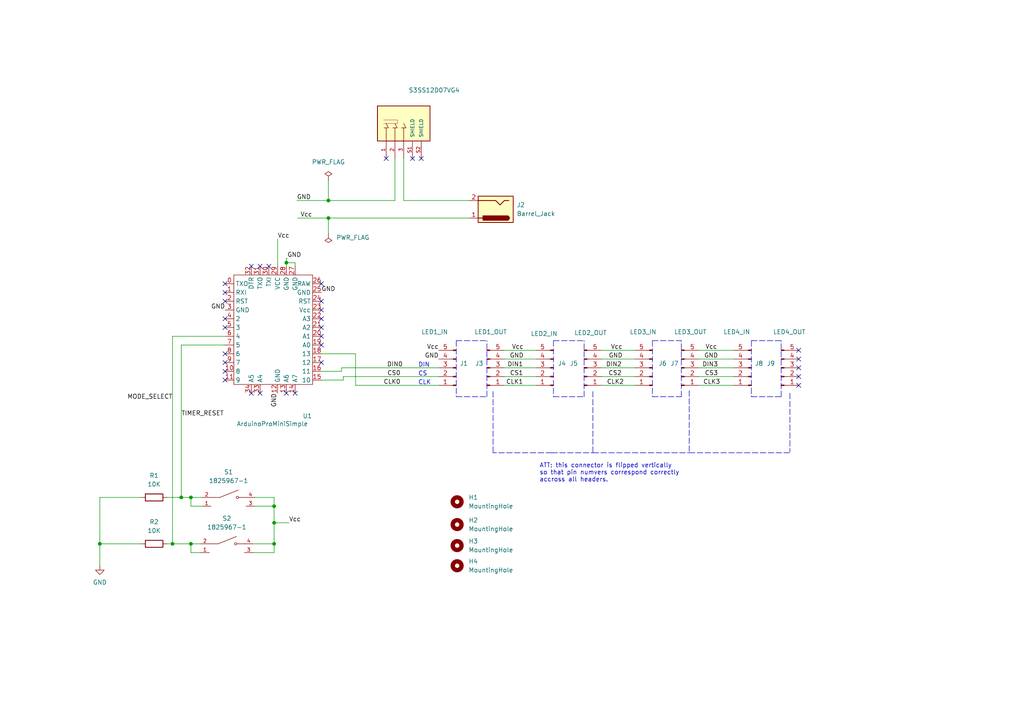
<source format=kicad_sch>
(kicad_sch (version 20211123) (generator eeschema)
  (paper "A4")
  (title_block (title "A 4x8x8 LED Matrix Display Clock") (date "2021-07-14") (rev "${design_version}"))
  (lib_symbols
    (symbol "ArduinoProMiniSimple:ArduinoProMiniSimple"
      (property "Reference" "U" (at 0 13.97 0))
      (property "Value" "ArduinoProMiniSimple" (at 0 16.51 0))
      (symbol "ArduinoProMiniSimple_0_1"
        (rectangle (start -12.7 8.89) (end 19.05 -13.97) (stroke (width 0.1524)))
      )
      (symbol "ArduinoProMiniSimple_1_1"
        (pin output line (at 16.51 11.43 270) (length 2.54) (name "TXO") (number "0"))
        (pin input line (at 13.97 11.43 270) (length 2.54) (name "RXI") (number "1"))
        (pin bidirectional line (at -8.89 11.43 270) (length 2.54) (name "8") (number "10"))
        (pin bidirectional line (at -11.43 11.43 270) (length 2.54) (name "9") (number "11"))
        (pin power_in line (at -15.24 -3.81 0) (length 2.54) (name "GND") (number "12"))
        (pin bidirectional line (at -15.24 -6.35 0) (length 2.54) (name "A6") (number "13"))
        (pin bidirectional line (at -15.24 -8.89 0) (length 2.54) (name "A7") (number "14"))
        (pin bidirectional line (at -11.43 -16.51 90) (length 2.54) (name "10") (number "15"))
        (pin bidirectional line (at -8.89 -16.51 90) (length 2.54) (name "11") (number "16"))
        (pin bidirectional line (at -6.35 -16.51 90) (length 2.54) (name "12") (number "17"))
        (pin bidirectional line (at -3.81 -16.51 90) (length 2.54) (name "13") (number "18"))
        (pin bidirectional line (at -1.27 -16.51 90) (length 2.54) (name "A0") (number "19"))
        (pin passive line (at 11.43 11.43 270) (length 2.54) (name "RST") (number "2"))
        (pin bidirectional line (at 1.27 -16.51 90) (length 2.54) (name "A1") (number "20"))
        (pin bidirectional line (at 3.81 -16.51 90) (length 2.54) (name "A2") (number "21"))
        (pin bidirectional line (at 6.35 -16.51 90) (length 2.54) (name "A3") (number "22"))
        (pin power_in line (at 8.89 -16.51 90) (length 2.54) (name "Vcc") (number "23"))
        (pin passive line (at 11.43 -16.51 90) (length 2.54) (name "RST") (number "24"))
        (pin power_in line (at 13.97 -16.51 90) (length 2.54) (name "GND") (number "25"))
        (pin power_in line (at 16.51 -16.51 90) (length 2.54) (name "RAW") (number "26"))
        (pin input line (at 21.59 -8.89 180) (length 2.54) (name "GND") (number "27"))
        (pin power_in line (at 21.59 -6.35 180) (length 2.54) (name "GND") (number "28"))
        (pin power_in line (at 21.59 -3.81 180) (length 2.54) (name "VCC") (number "29"))
        (pin power_in line (at 8.89 11.43 270) (length 2.54) (name "GND") (number "3"))
        (pin input line (at 21.59 -1.27 180) (length 2.54) (name "TXI") (number "30"))
        (pin output line (at 21.59 1.27 180) (length 2.54) (name "TXO") (number "31"))
        (pin passive line (at 21.59 3.81 180) (length 2.54) (name "DTR") (number "32"))
        (pin bidirectional line (at -15.24 1.27 0) (length 2.54) (name "A4") (number "33"))
        (pin bidirectional line (at -15.24 3.81 0) (length 2.54) (name "A5") (number "34"))
        (pin bidirectional line (at 6.35 11.43 270) (length 2.54) (name "2") (number "4"))
        (pin bidirectional line (at 3.81 11.43 270) (length 2.54) (name "3") (number "5"))
        (pin bidirectional line (at 1.27 11.43 270) (length 2.54) (name "4") (number "6"))
        (pin bidirectional line (at -1.27 11.43 270) (length 2.54) (name "5") (number "7"))
        (pin bidirectional line (at -3.81 11.43 270) (length 2.54) (name "6") (number "8"))
        (pin bidirectional line (at -6.35 11.43 270) (length 2.54) (name "7") (number "9"))
      )
    )
    (symbol "Connector:Barrel_Jack" (pin_names (offset 1.016))
      (property "Reference" "J" (at 0 5.334 0))
      (property "Value" "Barrel_Jack" (at 0 -5.08 0))
      (symbol "Barrel_Jack_0_1"
        (rectangle (start -5.08 3.81) (end 5.08 -3.81) (stroke (width 0.254)) (fill (type background)))
        (arc (start -3.302 3.175) (mid -3.937 2.54) (end -3.302 1.905) (stroke (width 0.254)))
        (arc (start -3.302 3.175) (mid -3.937 2.54) (end -3.302 1.905) (stroke (width 0.254)) (fill (type outline)))
        (polyline (pts (xy 5.08 2.54) (xy 3.81 2.54)) (stroke (width 0.254)))
        (polyline (pts (xy -3.81 -2.54) (xy -2.54 -2.54) (xy -1.27 -1.27) (xy 0 -2.54) (xy 2.54 -2.54) (xy 5.08 -2.54)) (stroke (width 0.254)))
        (rectangle (start 3.683 3.175) (end -3.302 1.905) (stroke (width 0.254)) (fill (type outline)))
      )
      (symbol "Barrel_Jack_1_1"
        (pin passive line (at 7.62 2.54 180) (length 2.54) (name "~") (number "1"))
        (pin passive line (at 7.62 -2.54 180) (length 2.54) (name "~") (number "2"))
      )
    )
    (symbol "Connector:Conn_01x05_Male" (pin_names (offset 1.016) hide)
      (property "Reference" "J" (at 0 7.62 0))
      (property "Value" "Conn_01x05_Male" (at 0 -7.62 0))
      (symbol "Conn_01x05_Male_1_1"
        (polyline (pts (xy 1.27 -5.08) (xy 0.8636 -5.08)) (stroke (width 0.1524)))
        (polyline (pts (xy 1.27 -2.54) (xy 0.8636 -2.54)) (stroke (width 0.1524)))
        (polyline (pts (xy 1.27 0) (xy 0.8636 0)) (stroke (width 0.1524)))
        (polyline (pts (xy 1.27 2.54) (xy 0.8636 2.54)) (stroke (width 0.1524)))
        (polyline (pts (xy 1.27 5.08) (xy 0.8636 5.08)) (stroke (width 0.1524)))
        (rectangle (start 0.8636 -4.953) (end 0 -5.207) (stroke (width 0.1524)) (fill (type outline)))
        (rectangle (start 0.8636 -2.413) (end 0 -2.667) (stroke (width 0.1524)) (fill (type outline)))
        (rectangle (start 0.8636 0.127) (end 0 -0.127) (stroke (width 0.1524)) (fill (type outline)))
        (rectangle (start 0.8636 2.667) (end 0 2.413) (stroke (width 0.1524)) (fill (type outline)))
        (rectangle (start 0.8636 5.207) (end 0 4.953) (stroke (width 0.1524)) (fill (type outline)))
        (pin passive line (at 5.08 5.08 180) (length 3.81) (name "Pin_1") (number "1"))
        (pin passive line (at 5.08 2.54 180) (length 3.81) (name "Pin_2") (number "2"))
        (pin passive line (at 5.08 0 180) (length 3.81) (name "Pin_3") (number "3"))
        (pin passive line (at 5.08 -2.54 180) (length 3.81) (name "Pin_4") (number "4"))
        (pin passive line (at 5.08 -5.08 180) (length 3.81) (name "Pin_5") (number "5"))
      )
    )
    (symbol "Device:R" (pin_numbers hide) (pin_names (offset 0))
      (property "Reference" "R" (at 2.032 0 90))
      (property "Value" "R" (at 0 0 90))
      (symbol "R_0_1"
        (rectangle (start -1.016 -2.54) (end 1.016 2.54) (stroke (width 0.254)))
      )
      (symbol "R_1_1"
        (pin passive line (at 0 3.81 270) (length 1.27) (name "~") (number "1"))
        (pin passive line (at 0 -3.81 90) (length 1.27) (name "~") (number "2"))
      )
    )
    (symbol "Mechanical:MountingHole" (pin_names (offset 1.016))
      (property "Reference" "H" (at 0 5.08 0))
      (property "Value" "MountingHole" (at 0 3.175 0))
      (symbol "MountingHole_0_1"
        (circle (center 0 0) (radius 1.27) (stroke (width 1.27)))
      )
    )
    (symbol "SS12D07VG4:SS12D07VG4" (pin_names (offset 1.016))
      (property "Reference" "S3" (at 9.652 -1.3969 90))
      (property "Value" "SS12D07VG4" (at 9.652 -3.9369 90))
      (symbol "SS12D07VG4_0_0"
        (rectangle (start -5.08 -7.62) (end 5.08 7.62) (stroke (width 0.254)) (fill (type background)))
        (polyline (pts (xy -5.08 0) (xy -1.27 0)) (stroke (width 0.1524)))
        (polyline (pts (xy -5.08 2.54) (xy -1.27 2.54)) (stroke (width 0.1524)))
        (polyline (pts (xy -5.08 5.08) (xy -1.27 5.08)) (stroke (width 0.1524)))
        (polyline (pts (xy -1.27 0.635) (xy -1.27 -0.635) (xy 0 0)) (stroke (width 0.1524)) (fill (type background)))
        (polyline (pts (xy -1.27 3.175) (xy -1.27 1.905) (xy 0 2.54)) (stroke (width 0.1524)) (fill (type background)))
        (polyline (pts (xy -1.27 5.715) (xy -1.27 4.445) (xy 0 5.08)) (stroke (width 0.1524)) (fill (type background)))
        (polyline (pts (xy 0 5.842) (xy 0 1.778) (xy 1.016 1.778) (xy 1.016 5.842)) (stroke (width 0.0254)) (fill (type background)))
        (pin passive line (at -10.16 5.08 0) (length 5.08) (name "~") (number "1"))
        (pin passive line (at -10.16 2.54 0) (length 5.08) (name "~") (number "2"))
        (pin passive line (at -10.16 0 0) (length 5.08) (name "~") (number "3"))
        (pin passive line (at -10.16 -2.54 0) (length 5.08) (name "SHIELD") (number "S1"))
        (pin passive line (at -10.16 -5.08 0) (length 5.08) (name "SHIELD") (number "S2"))
      )
    )
    (symbol "Switch Tactile OFF (ON) SPST Round Button:1825967-1_1" (pin_names (offset 1.016) hide)
      (property "Reference" "S1" (at 0 7.366 0))
      (property "Value" "1825967-1" (at 0 4.826 0))
      (symbol "1825967-1_1_0_0"
        (polyline (pts (xy -2.54 0) (xy -5.08 0)) (stroke (width 0.1524)))
        (polyline (pts (xy -2.54 0) (xy 2.794 2.1336)) (stroke (width 0.1524)))
        (polyline (pts (xy 5.08 0) (xy 2.921 0)) (stroke (width 0.1524)))
        (circle (center 2.54 0) (radius 0.3302) (stroke (width 0.1524)))
        (pin passive line (at -7.62 -2.54 0) (length 2.54) (name "~") (number "1"))
        (pin passive line (at -7.62 0 0) (length 2.54) (name "~") (number "2"))
        (pin passive line (at 7.62 -2.54 180) (length 2.54) (name "~") (number "3"))
        (pin passive line (at 7.62 0 180) (length 2.54) (name "~") (number "4"))
      )
    )
    (symbol "power:GND" (power) (pin_names (offset 0))
      (property "Value" "GND" (at 0 -3.81 0))
      (symbol "GND_0_1"
        (polyline (pts (xy 0 0) (xy 0 -1.27) (xy 1.27 -1.27) (xy 0 -2.54) (xy -1.27 -1.27) (xy 0 -1.27)))
      )
      (symbol "GND_1_1"
        (pin power_in line (at 0 0 270) (length 0) hide (name "GND") (number "1"))
      )
    )
    (symbol "power:PWR_FLAG" (power) (pin_numbers hide) (pin_names (offset 0) hide)
      (property "Value" "PWR_FLAG" (at 0 3.81 0))
      (symbol "PWR_FLAG_0_0"
        (pin power_out line (at 0 0 90) (length 0) (name "pwr") (number "1"))
      )
      (symbol "PWR_FLAG_0_1"
        (polyline (pts (xy 0 0) (xy 0 1.27) (xy -1.016 1.905) (xy 0 2.54) (xy 1.016 1.905) (xy 0 1.27)))
      )
    )
  )
  (junction (at 55.372 157.734) (diameter 0.9144))
  (junction (at 79.502 157.734) (diameter 0.9144))
  (junction (at 28.956 157.734) (diameter 0.9144))
  (junction (at 83.058 76.2) (diameter 0.9144))
  (junction (at 95.25 63.246) (diameter 0.9144))
  (junction (at 50.038 157.734) (diameter 0.9144))
  (junction (at 79.502 146.812) (diameter 0.9144))
  (junction (at 52.578 144.272) (diameter 0.9144))
  (junction (at 79.502 151.638) (diameter 0.9144))
  (junction (at 55.372 144.272) (diameter 0.9144))
  (junction (at 95.25 58.166) (diameter 0.9144))
  (no_connect (at 112.014 45.974))
  (no_connect (at 122.174 45.974))
  (no_connect (at 65.278 82.296))
  (no_connect (at 65.278 84.836))
  (no_connect (at 65.278 87.376))
  (no_connect (at 65.278 92.456))
  (no_connect (at 65.278 94.996))
  (no_connect (at 65.278 102.616))
  (no_connect (at 65.278 105.156))
  (no_connect (at 65.278 107.696))
  (no_connect (at 65.278 110.236))
  (no_connect (at 72.898 77.216))
  (no_connect (at 72.898 114.046))
  (no_connect (at 75.438 77.216))
  (no_connect (at 75.438 114.046))
  (no_connect (at 77.978 77.216))
  (no_connect (at 83.058 114.046))
  (no_connect (at 85.598 114.046))
  (no_connect (at 93.218 82.296))
  (no_connect (at 93.218 87.376))
  (no_connect (at 93.218 92.456))
  (no_connect (at 93.218 94.996))
  (no_connect (at 93.218 97.536))
  (no_connect (at 93.218 100.076))
  (no_connect (at 93.218 105.156))
  (no_connect (at 231.648 101.6))
  (no_connect (at 231.648 104.14))
  (no_connect (at 231.648 106.68))
  (no_connect (at 231.648 109.22))
  (no_connect (at 231.648 111.76))
  (no_connect (at 93.218 89.916))
  (no_connect (at 119.634 45.974))
  (wire (pts (xy 95.25 63.246) (xy 86.36 63.246)))
  (wire (pts (xy 136.144 63.246) (xy 95.25 63.246)))
  (wire (pts (xy 103.124 102.616) (xy 93.218 102.616)))
  (wire (pts (xy 103.124 111.76) (xy 103.124 102.616)))
  (wire (pts (xy 127.254 111.76) (xy 103.124 111.76)))
  (polyline (pts (xy 199.898 131.318) (xy 229.108 131.318)) (stroke (width 0) (type dash)))
  (polyline (pts (xy 229.108 114.046) (xy 229.108 131.064)) (stroke (width 0) (type dash)))
  (wire (pts (xy 146.304 106.68) (xy 155.448 106.68)))
  (wire (pts (xy 99.568 109.22) (xy 99.568 110.236)))
  (wire (pts (xy 99.568 110.236) (xy 93.218 110.236)))
  (wire (pts (xy 127.254 109.22) (xy 99.568 109.22)))
  (wire (pts (xy 52.578 100.076) (xy 52.578 144.272)))
  (wire (pts (xy 65.278 100.076) (xy 52.578 100.076)))
  (wire (pts (xy 50.038 97.536) (xy 50.038 157.734)))
  (wire (pts (xy 65.278 97.536) (xy 50.038 97.536)))
  (polyline (pts (xy 132.334 98.806) (xy 132.334 115.062)) (stroke (width 0) (type dash)))
  (polyline (pts (xy 132.334 98.806) (xy 141.224 98.806)) (stroke (width 0) (type dash)))
  (polyline (pts (xy 132.334 115.062) (xy 141.224 115.062)) (stroke (width 0) (type dash)))
  (polyline (pts (xy 141.224 115.062) (xy 141.224 98.806)) (stroke (width 0) (type dash)))
  (wire (pts (xy 202.692 104.14) (xy 212.852 104.14)))
  (polyline (pts (xy 171.958 131.318) (xy 199.898 131.318)) (stroke (width 0) (type dash)))
  (polyline (pts (xy 199.898 113.284) (xy 199.898 131.318)) (stroke (width 0) (type dash)))
  (wire (pts (xy 99.06 106.68) (xy 99.06 107.696)))
  (wire (pts (xy 99.06 107.696) (xy 93.218 107.696)))
  (wire (pts (xy 127.254 106.68) (xy 99.06 106.68)))
  (wire (pts (xy 146.304 109.22) (xy 155.448 109.22)))
  (wire (pts (xy 73.406 157.734) (xy 79.502 157.734)))
  (wire (pts (xy 73.406 160.274) (xy 79.502 160.274)))
  (wire (pts (xy 174.498 106.68) (xy 184.15 106.68)))
  (wire (pts (xy 174.498 109.22) (xy 184.15 109.22)))
  (wire (pts (xy 95.25 63.246) (xy 95.25 67.818)))
  (wire (pts (xy 117.094 45.974) (xy 117.094 58.166)))
  (wire (pts (xy 117.094 58.166) (xy 136.144 58.166)))
  (wire (pts (xy 202.692 101.6) (xy 212.852 101.6)))
  (wire (pts (xy 202.692 106.68) (xy 212.852 106.68)))
  (polyline (pts (xy 217.932 98.806) (xy 217.932 115.062)) (stroke (width 0) (type dash)))
  (polyline (pts (xy 217.932 98.806) (xy 226.568 98.806)) (stroke (width 0) (type dash)))
  (polyline (pts (xy 217.932 115.062) (xy 226.568 115.062)) (stroke (width 0) (type dash)))
  (polyline (pts (xy 226.568 115.062) (xy 226.568 98.806)) (stroke (width 0) (type dash)))
  (wire (pts (xy 95.25 52.324) (xy 95.25 58.166)))
  (wire (pts (xy 73.914 144.272) (xy 79.502 144.272)))
  (wire (pts (xy 79.502 144.272) (xy 79.502 146.812)))
  (wire (pts (xy 79.502 146.812) (xy 79.502 151.638)))
  (wire (pts (xy 79.502 151.638) (xy 79.502 157.734)))
  (wire (pts (xy 79.502 151.638) (xy 83.82 151.638)))
  (wire (pts (xy 79.502 157.734) (xy 79.502 160.274)))
  (wire (pts (xy 48.514 157.734) (xy 50.038 157.734)))
  (wire (pts (xy 50.038 157.734) (xy 55.372 157.734)))
  (wire (pts (xy 55.372 157.734) (xy 58.166 157.734)))
  (wire (pts (xy 174.498 111.76) (xy 184.15 111.76)))
  (polyline (pts (xy 143.002 113.538) (xy 143.002 131.318)) (stroke (width 0) (type dash)))
  (polyline (pts (xy 160.02 131.318) (xy 143.002 131.318)) (stroke (width 0) (type dash)))
  (wire (pts (xy 174.498 104.14) (xy 184.15 104.14)))
  (wire (pts (xy 202.692 111.76) (xy 212.852 111.76)))
  (polyline (pts (xy 189.23 98.806) (xy 189.23 115.062)) (stroke (width 0) (type dash)))
  (polyline (pts (xy 189.23 98.806) (xy 197.612 98.806)) (stroke (width 0) (type dash)))
  (polyline (pts (xy 189.23 115.062) (xy 197.612 115.062)) (stroke (width 0) (type dash)))
  (polyline (pts (xy 197.612 115.062) (xy 197.612 98.806)) (stroke (width 0) (type dash)))
  (polyline (pts (xy 160.02 131.318) (xy 171.958 131.318)) (stroke (width 0) (type dash)))
  (polyline (pts (xy 171.958 113.538) (xy 171.958 131.318)) (stroke (width 0) (type dash)))
  (wire (pts (xy 83.058 74.93) (xy 83.312 74.93)))
  (wire (pts (xy 83.058 76.2) (xy 83.058 74.93)))
  (wire (pts (xy 83.058 77.216) (xy 83.058 76.2)))
  (wire (pts (xy 146.304 101.6) (xy 155.448 101.6)))
  (wire (pts (xy 28.956 144.272) (xy 28.956 157.734)))
  (wire (pts (xy 40.894 144.272) (xy 28.956 144.272)))
  (wire (pts (xy 48.514 144.272) (xy 52.578 144.272)))
  (wire (pts (xy 52.578 144.272) (xy 55.372 144.272)))
  (wire (pts (xy 55.372 144.272) (xy 58.674 144.272)))
  (wire (pts (xy 73.914 146.812) (xy 79.502 146.812)))
  (polyline (pts (xy 160.528 98.806) (xy 160.528 115.062)) (stroke (width 0) (type dash)))
  (polyline (pts (xy 160.528 98.806) (xy 169.418 98.806)) (stroke (width 0) (type dash)))
  (polyline (pts (xy 160.528 115.062) (xy 169.418 115.062)) (stroke (width 0) (type dash)))
  (polyline (pts (xy 169.418 115.062) (xy 169.418 98.806)) (stroke (width 0) (type dash)))
  (wire (pts (xy 146.304 104.14) (xy 155.448 104.14)))
  (wire (pts (xy 174.498 101.6) (xy 184.15 101.6)))
  (wire (pts (xy 86.106 58.166) (xy 95.25 58.166)))
  (wire (pts (xy 95.25 58.166) (xy 114.554 58.166)))
  (wire (pts (xy 114.554 45.974) (xy 114.554 58.166)))
  (wire (pts (xy 55.372 144.272) (xy 55.372 146.812)))
  (wire (pts (xy 58.674 146.812) (xy 55.372 146.812)))
  (wire (pts (xy 80.518 69.342) (xy 80.518 77.216)))
  (wire (pts (xy 55.372 157.734) (xy 55.372 160.274)))
  (wire (pts (xy 58.166 160.274) (xy 55.372 160.274)))
  (wire (pts (xy 85.598 76.2) (xy 83.058 76.2)))
  (wire (pts (xy 85.598 77.216) (xy 85.598 76.2)))
  (wire (pts (xy 202.692 109.22) (xy 212.852 109.22)))
  (wire (pts (xy 28.956 157.734) (xy 28.956 164.084)))
  (wire (pts (xy 40.894 157.734) (xy 28.956 157.734)))
  (wire (pts (xy 146.304 111.76) (xy 155.448 111.76)))
  (text "DIN" (at 121.285 106.68 0) (effects (font (size 1.27 1.27)) (justify left bottom)))
  (text "CS" (at 121.285 109.22 0) (effects (font (size 1.27 1.27)) (justify left bottom)))
  (text "CLK" (at 121.285 111.76 0) (effects (font (size 1.27 1.27)) (justify left bottom)))
  (text "ATT: this connector is flipped vertically \nso that pin numvers correspond correctly\naccross all headers." (at 156.464 139.954 0) (effects (font (size 1.27 1.27)) (justify left bottom)))
  (label "CS0" (at 116.205 109.22 180))
  (label "Vcc" (at 151.892 101.6 180))
  (label "Vcc" (at 208.026 101.6 180))
  (label "CLK0" (at 116.205 111.76 180))
  (label "Vcc" (at 80.518 69.342 0))
  (label "DIN0" (at 116.84 106.68 180))
  (label "CS3" (at 208.28 109.22 180))
  (label "GND" (at 151.892 104.14 180))
  (label "Vcc" (at 180.594 101.6 180))
  (label "CS1" (at 151.765 109.22 180))
  (label "GND" (at 83.312 74.93 0))
  (label "CLK3" (at 208.915 111.76 180))
  (label "GND" (at 65.278 89.916 180))
  (label "CLK1" (at 151.765 111.76 180))
  (label "CS2" (at 180.34 109.22 180))
  (label "GND" (at 80.518 114.046 270))
  (label "CLK2" (at 180.975 111.76 180))
  (label "TIMER_RESET" (at 52.578 120.904 0))
  (label "Vcc" (at 127.254 101.6 180))
  (label "GND" (at 127.254 104.14 180))
  (label "GND" (at 93.218 84.836 0))
  (label "Vcc" (at 87.122 63.246 0))
  (label "GND" (at 208.28 104.14 180))
  (label "MODE_SELECT" (at 50.038 116.078 180))
  (label "Vcc" (at 83.82 151.638 0))
  (label "GND" (at 86.106 58.166 0))
  (label "GND" (at 180.594 104.14 180))
  (label "DIN3" (at 208.28 106.68 180))
  (label "DIN2" (at 180.34 106.68 180))
  (label "DIN1" (at 151.765 106.68 180))
  (symbol (lib_id "Mechanical:MountingHole") (at 132.588 145.542 0) (unit 1)
    (property "Reference" "H1" (at 135.89 144.2719 0) (effects (justify left)))
    (property "Value" "MountingHole" (at 135.89 146.8119 0) (effects (justify left)))
    (property "Footprint" "MountingHole:MountingHole_2.5mm" (effects hide))
  )
  (symbol (lib_id "ArduinoProMiniSimple:ArduinoProMiniSimple") (at 76.708 98.806 90) (unit 1)
    (property "Reference" "U1" (at 89.154 120.65 90))
    (property "Value" "ArduinoProMiniSimple" (at 78.994 122.936 90))
    (property "Footprint" "DesktopLibrary:ArduinoProMiniCustom" (effects hide))
  )
  (symbol (lib_id "power:PWR_FLAG") (at 95.25 67.818 180) (unit 1)
    (property "Reference" "#FLG02" (effects hide))
    (property "Value" "PWR_FLAG" (at 97.536 68.8974 0) (effects (justify right)))
  )
  (symbol (lib_id "Mechanical:MountingHole") (at 132.588 158.242 0) (unit 1)
    (property "Reference" "H3" (at 135.89 156.9719 0) (effects (justify left)))
    (property "Value" "MountingHole" (at 135.89 159.5119 0) (effects (justify left)))
    (property "Footprint" "MountingHole:MountingHole_2.5mm" (effects hide))
  )
  (symbol (lib_id "power:PWR_FLAG") (at 95.25 52.324 0) (unit 1)
    (property "Reference" "#FLG01" (effects hide))
    (property "Value" "PWR_FLAG" (at 95.25 46.99 0))
  )
  (symbol (lib_id "Connector:Conn_01x05_Male") (at 189.23 106.68 180) (unit 1)
    (property "Reference" "J6" (at 191.008 105.4099 0) (effects (justify right)))
    (property "Value" "LED3_IN" (at 182.626 96.266 0) (effects (justify right)))
    (property "Footprint" "Connector_PinSocket_2.54mm:PinSocket_1x05_P2.54mm_Vertical" (effects hide))
  )
  (symbol (lib_id "Connector:Barrel_Jack") (at 143.764 60.706 180) (unit 1)
    (property "Reference" "J2" (at 149.86 59.4359 0) (effects (justify right)))
    (property "Value" "Barrel_Jack" (at 149.86 61.9759 0) (effects (justify right)))
    (property "Footprint" "Connector_BarrelJack:BarrelJack_Horizontal" (effects hide))
  )
  (symbol (lib_id "Mechanical:MountingHole") (at 132.588 164.084 0) (unit 1)
    (property "Reference" "H4" (at 135.89 162.8139 0) (effects (justify left)))
    (property "Value" "MountingHole" (at 135.89 165.3539 0) (effects (justify left)))
    (property "Footprint" "MountingHole:MountingHole_2.5mm" (effects hide))
  )
  (symbol (lib_id "Connector:Conn_01x05_Male") (at 197.612 106.68 0) (mirror x) (unit 1)
    (property "Reference" "J7" (at 196.85 105.4099 0) (effects (justify right)))
    (property "Value" "LED3_OUT" (at 204.978 96.266 0) (effects (justify right)))
    (property "Footprint" "Connector_PinSocket_2.54mm:PinSocket_1x05_P2.54mm_Vertical" (effects hide))
  )
  (symbol (lib_name "Switch Tactile OFF (ON) SPST Round Button:1825967-1_1") (lib_id "Switch Tactile OFF (ON) SPST Round Button:1825967-1") (at 65.786 157.734 0) (unit 1)
    (property "Reference" "S2" (at 65.786 150.368 0))
    (property "Value" "1825967-1" (at 65.786 152.908 0))
    (property "Footprint" "1825967-1:SW_1825967-1" (effects hide))
    (property "Comment" "1825967-1" (effects hide))
  )
  (symbol (lib_name "Switch Tactile OFF (ON) SPST Round Button:1825967-1_1") (lib_id "Switch Tactile OFF (ON) SPST Round Button:1825967-1") (at 66.294 144.272 0) (unit 1)
    (property "Reference" "S1" (at 66.294 136.906 0))
    (property "Value" "1825967-1" (at 66.294 139.446 0))
    (property "Footprint" "1825967-1:SW_1825967-1" (effects hide))
    (property "Comment" "1825967-1" (effects hide))
  )
  (symbol (lib_id "Connector:Conn_01x05_Male") (at 226.568 106.68 0) (mirror x) (unit 1)
    (property "Reference" "J9" (at 224.79 105.4099 0) (effects (justify right)))
    (property "Value" "LED4_OUT" (at 233.68 96.266 0) (effects (justify right)))
    (property "Footprint" "Connector_PinSocket_2.54mm:PinSocket_1x05_P2.54mm_Vertical" (effects hide))
  )
  (symbol (lib_id "Mechanical:MountingHole") (at 132.588 152.146 0) (unit 1)
    (property "Reference" "H2" (at 135.89 150.8759 0) (effects (justify left)))
    (property "Value" "MountingHole" (at 135.89 153.4159 0) (effects (justify left)))
    (property "Footprint" "MountingHole:MountingHole_2.5mm" (effects hide))
  )
  (symbol (lib_id "Connector:Conn_01x05_Male") (at 169.418 106.68 0) (mirror x) (unit 1)
    (property "Reference" "J5" (at 167.64 105.4099 0) (effects (justify right)))
    (property "Value" "LED2_OUT" (at 176.022 96.5199 0) (effects (justify right)))
    (property "Footprint" "Connector_PinSocket_2.54mm:PinSocket_1x05_P2.54mm_Vertical" (effects hide))
  )
  (symbol (lib_id "Device:R") (at 44.704 157.734 90) (unit 1)
    (property "Reference" "R2" (at 44.704 151.384 90))
    (property "Value" "10K" (at 44.704 153.924 90))
    (property "Footprint" "Resistor_THT:R_Axial_DIN0204_L3.6mm_D1.6mm_P7.62mm_Horizontal" (effects hide))
  )
  (symbol (lib_id "Connector:Conn_01x05_Male") (at 141.224 106.68 0) (mirror x) (unit 1)
    (property "Reference" "J3" (at 140.208 105.4099 0) (effects (justify right)))
    (property "Value" "LED1_OUT" (at 147.066 96.2659 0) (effects (justify right)))
    (property "Footprint" "Connector_PinSocket_2.54mm:PinSocket_1x05_P2.54mm_Vertical" (effects hide))
  )
  (symbol (lib_id "Connector:Conn_01x05_Male") (at 160.528 106.68 180) (unit 1)
    (property "Reference" "J4" (at 161.798 105.4099 0) (effects (justify right)))
    (property "Value" "LED2_IN" (at 153.924 96.7739 0) (effects (justify right)))
    (property "Footprint" "Connector_PinSocket_2.54mm:PinSocket_1x05_P2.54mm_Vertical" (effects hide))
  )
  (symbol (lib_id "Connector:Conn_01x05_Male") (at 132.334 106.68 180) (unit 1)
    (property "Reference" "J1" (at 133.35 105.4099 0) (effects (justify right)))
    (property "Value" "LED1_IN" (at 122.174 96.2659 0) (effects (justify right)))
    (property "Footprint" "Connector_PinHeader_2.54mm:PinHeader_1x05_P2.54mm_Vertical" (effects hide))
  )
  (symbol (lib_id "power:GND") (at 28.956 164.084 0) (unit 1)
    (property "Reference" "#PWR01" (effects hide))
    (property "Value" "GND" (at 28.956 168.91 0))
  )
  (symbol (lib_id "Connector:Conn_01x05_Male") (at 217.932 106.68 180) (unit 1)
    (property "Reference" "J8" (at 218.948 105.4099 0) (effects (justify right)))
    (property "Value" "LED4_IN" (at 209.804 96.266 0) (effects (justify right)))
    (property "Footprint" "Connector_PinSocket_2.54mm:PinSocket_1x05_P2.54mm_Vertical" (effects hide))
  )
  (symbol (lib_id "SS12D07VG4:SS12D07VG4") (at 117.094 35.814 90) (unit 1)
    (property "Reference" "S3" (at 118.4909 26.162 90) (effects (justify right)))
    (property "Value" "SS12D07VG4" (at 121.0309 26.162 90) (effects (justify right)))
    (property "Footprint" "SS12D07VG4:SW_SS12D07VG4" (effects hide))
    (property "STANDARD" "Manufacturer Recommendations" (effects hide))
    (property "MAXIMUM_PACKAGE_HEIGHT" "8.7mm" (effects hide))
    (property "MANUFACTURER" "Shouhan" (effects hide))
    (property "PARTREV" "1" (effects hide))
  )
  (symbol (lib_id "Device:R") (at 44.704 144.272 90) (unit 1)
    (property "Reference" "R1" (at 44.704 137.922 90))
    (property "Value" "10K" (at 44.704 140.462 90))
    (property "Footprint" "Resistor_THT:R_Axial_DIN0204_L3.6mm_D1.6mm_P7.62mm_Horizontal" (effects hide))
  )
)
</source>
